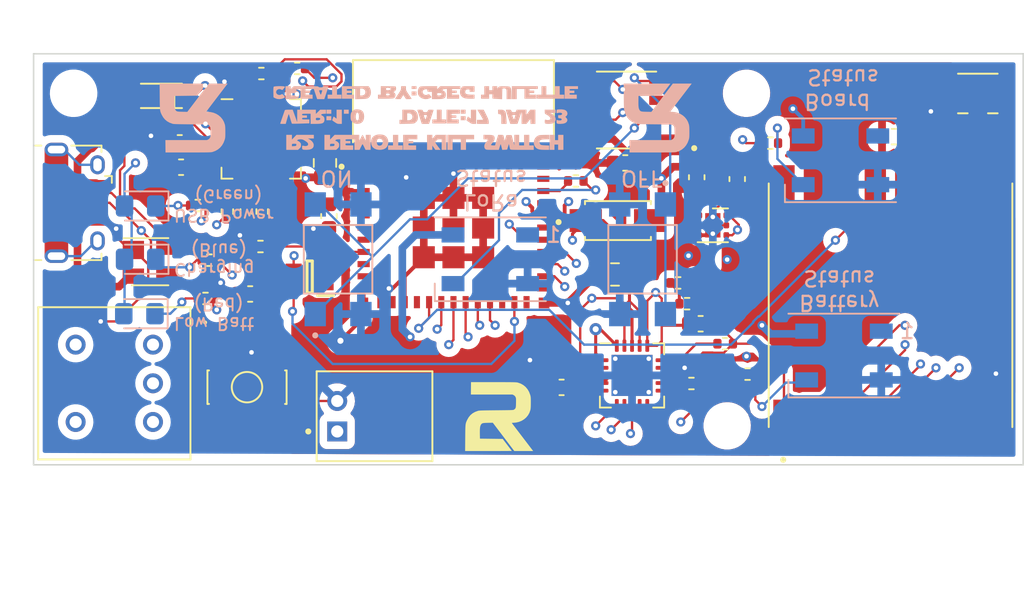
<source format=kicad_pcb>
(kicad_pcb (version 20211014) (generator pcbnew)
  (title_block (title "Kill Switch - Remote") (date "2023-01-18") (rev "1.0") (company "Created by: Greg Hulette") (comment 1 "- Creates WiFi Network for Remote Web Access") (comment 2 "- WiFi to LoRa Bridge") (comment 3 "- Buttons for Master Relay"))
  (layers (0 "F.Cu" signal) (1 "In1.Cu" signal) (2 "In2.Cu" signal) (31 "B.Cu" signal) (34 "B.Paste" user) (35 "F.Paste" user) (36 "B.SilkS" user "B.Silkscreen") (37 "F.SilkS" user "F.Silkscreen") (38 "B.Mask" user) (39 "F.Mask" user) (44 "Edge.Cuts" user))
  (net 0 "")
  (net 1 "+3V3")
  (net 2 "GND")
  (net 3 "RESET")
  (net 4 "Net-(C6-Pad2)")
  (net 5 "VBUS")
  (net 6 "Net-(C9-Pad1)")
  (net 7 "Net-(D1-PadA)")
  (net 8 "USB_DP")
  (net 9 "USB_DN")
  (net 10 "Net-(D4-Pad1)")
  (net 11 "Net-(D5-Pad1)")
  (net 13 "unconnected-(J1-Pad6)")
  (net 14 "Net-(J2-Pad1)")
  (net 15 "Net-(J3-Pad2)")
  (net 17 "Net-(L1-Pad3)")
  (net 20 "DTR")
  (net 21 "RTS")
  (net 22 "GPIO0")
  (net 23 "Net-(R2-Pad1)")
  (net 24 "RXD0")
  (net 25 "Net-(R3-Pad1)")
  (net 26 "TXD0")
  (net 27 "Net-(R4-Pad2)")
  (net 28 "Net-(R6-Pad1)")
  (net 29 "Net-(R7-Pad1)")
  (net 30 "Net-(R8-Pad1)")
  (net 31 "Net-(R9-Pad1)")
  (net 32 "Net-(R10-Pad1)")
  (net 33 "Net-(R11-Pad1)")
  (net 34 "BATT_LEVEL")
  (net 35 "STATUS_LED_DATA")
  (net 36 "BATSTAT_LED_DATA")
  (net 37 "Net-(TH1-Pad1)")
  (net 47 "DI0_LORA")
  (net 48 "RESET_LORA")
  (net 49 "SCK_LORA")
  (net 50 "MISO_LORA")
  (net 51 "MOSI_LORA")
  (net 52 "NSS_LORA")
  (net 56 "OFF_SW_OUT")
  (net 57 "ON_SW_OUT")
  (net 77 "DTS")
  (net 86 "LORA_LED_DATA")
  (net 88 "Net-(S2-Pad1)")
  (net 89 "Net-(D6-Pad1)")
  (net 90 "Net-(R16-Pad1)")
  (net 91 "Net-(R17-Pad1)")
  (net 92 "Net-(U6-Pad4)")
  (footprint "Capacitor_SMD:C_0603_1608Metric" (layer "F.Cu") (at 94.6 88.854 180)
    (fp_text reference "C5")
    (fp_text value ".1uF")
  )
  (footprint "MountingHole:MountingHole_2.1mm" (layer "F.Cu") (at 131.826 85.598)
    (fp_text reference "REF**" hide)
    (fp_text value "MountingHole_2.1mm" hide)
  )
  (footprint "Custom:JST_S2B-PH-K-S(LF)(SN)" (layer "F.Cu") (at 104.944 106.809 90)
    (fp_text reference "J2")
    (fp_text value "S2B-PH-K-S(LF)(SN)")
  )
  (footprint "Package_DFN_QFN:QFN-28-1EP_5x5mm_P0.5mm_EP3.35x3.35mm" (layer "F.Cu") (at 99.952 88.596)
    (fp_text reference "U2")
    (fp_text value "CP2102N-A02-GQFN28")
  )
  (footprint "Custom:MODULE_ESP32-PICO-MINI-02" (layer "F.Cu") (at 112.579 94.418)
    (fp_text reference "U1")
    (fp_text value "ESP32-PICO-MINI-02")
  )
  (footprint "Resistor_SMD:R_0402_1005Metric" (layer "F.Cu") (at 127.338 98.054 180)
    (fp_text reference "R13")
    (fp_text value "100K")
  )
  (footprint "Capacitor_SMD:C_0603_1608Metric" (layer "F.Cu") (at 141.504 88.446)
    (fp_text reference "C10")
    (fp_text value ".1uF")
  )
  (footprint "Resistor_SMD:R_0402_1005Metric" (layer "F.Cu") (at 131.896 104.044 180)
    (fp_text reference "R17")
    (fp_text value "470")
  )
  (footprint "Capacitor_SMD:C_0603_1608Metric" (layer "F.Cu") (at 128.558 91.114 -90)
    (fp_text reference "C7")
    (fp_text value "1uF")
  )
  (footprint "Capacitor_SMD:C_0603_1608Metric" (layer "F.Cu") (at 99.226 98.78 180)
    (fp_text reference "C3")
    (fp_text value ".1uF")
  )
  (footprint "Capacitor_SMD:C_0805_2012Metric" (layer "F.Cu") (at 104.14 90.17 90)
    (fp_text reference "C1")
    (fp_text value "10uF")
  )
  (footprint "Connector_USB:USB_Micro-B_Amphenol_10118194_Horizontal" (layer "F.Cu") (at 87.8 92.794 -90)
    (fp_text reference "J1")
    (fp_text value "USB_B_Micro")
  )
  (footprint "Resistor_SMD:R_0402_1005Metric" (layer "F.Cu") (at 100.016 93.364 -90)
    (fp_text reference "R6")
    (fp_text value "1K")
  )
  (footprint "Package_SON:WSON-6-1EP_2x2mm_P0.65mm_EP1x1.6mm_ThermalVias" (layer "F.Cu") (at 129.614 94.27)
    (fp_text reference "U3")
    (fp_text value "LP5912-3.3DRV")
  )
  (footprint "Resistor_SMD:R_0402_1005Metric" (layer "F.Cu") (at 98.97 93.364 -90)
    (fp_text reference "R5")
    (fp_text value "47.5K")
  )
  (footprint "Package_DFN_QFN:QFN-20-1EP_4x4mm_P0.5mm_EP2.7x2.7mm_ThermalVias" (layer "F.Cu") (at 124.308 104.13)
    (fp_text reference "U4")
    (fp_text value "MCP73871-2CC-Custom")
  )
  (footprint "Resistor_SMD:R_0402_1005Metric" (layer "F.Cu") (at 127.926 99.418)
    (fp_text reference "R12")
    (fp_text value "100K")
  )
  (footprint "Resistor_SMD:R_0402_1005Metric" (layer "F.Cu") (at 130.426 102.046)
    (fp_text reference "R10")
    (fp_text value "10K")
  )
  (footprint "Resistor_SMD:R_0402_1005Metric" (layer "F.Cu") (at 95.78392 92.97 180)
    (fp_text reference "R7")
    (fp_text value "82")
  )
  (footprint "Capacitor_SMD:C_0603_1608Metric" (layer "F.Cu") (at 128.814 100.736)
    (fp_text reference "C9")
    (fp_text value "4.7uF")
  )
  (footprint "Resistor_SMD:R_0402_1005Metric" (layer "F.Cu") (at 133.39 88.872 180)
    (fp_text reference "R14")
    (fp_text value "470")
  )
  (footprint "Resistor_SMD:R_0402_1005Metric" (layer "F.Cu") (at 97.728 93.368 90)
    (fp_text reference "R4")
    (fp_text value "22.1K")
  )
  (footprint "Custom:SMAJ5.0_DIOM4325X250N" (layer "F.Cu") (at 123.383 93.958)
    (fp_text reference "D3")
    (fp_text value "SMAJ5.0")
  )
  (footprint "Custom:SOD3716X135N" (layer "F.Cu") (at 93.3985 85.7685 180)
    (fp_text reference "D1")
    (fp_text value "B5819W-TP")
  )
  (footprint "Custom:SOIC127P600X175-8N" (layer "F.Cu") (at 123.946 86.698 180)
    (fp_text reference "U6")
    (fp_text value "LS18-S(Debouce)")
  )
  (footprint "MountingHole:MountingHole_2.1mm" (layer "F.Cu") (at 87.63 85.598)
    (fp_text reference "REF**" hide)
    (fp_text value "MountingHole_2.1mm" hide)
  )
  (footprint "Resistor_SMD:R_0402_1005Metric" (layer "F.Cu") (at 102.314 83.964)
    (fp_text reference "R3")
    (fp_text value "1K")
  )
  (footprint "Custom:RFM95W-915S2" (layer "F.Cu") (at 141.287 99.522 90)
    (fp_text reference "U5")
    (fp_text value "RFM95W-915S2")
  )
  (footprint "Capacitor_SMD:C_0603_1608Metric" (layer "F.Cu") (at 119.68 104.916 180)
    (fp_text reference "TH1")
    (fp_text value "10K")
  )
  (footprint "Capacitor_SMD:C_0603_1608Metric" (layer "F.Cu") (at 104.4 93.666 -90)
    (fp_text reference "C2")
    (fp_text value ".1uF")
  )
  (footprint "Custom:SOT65P230X110-6N" (layer "F.Cu") (at 103.133 97.662 180)
    (fp_text reference "Q2")
    (fp_text value "UMH3N")
  )
  (footprint "MountingHole:MountingHole_2.1mm" (layer "F.Cu") (at 130.556 107.442)
    (fp_text reference "REF**" hide)
    (fp_text value "MountingHole_2.1mm" hide)
  )
  (footprint "Capacitor_SMD:C_0805_2012Metric" (layer "F.Cu") (at 123.19 97.498 180)
    (fp_text reference "C8")
    (fp_text value "10uF")
  )
  (footprint "Capacitor_SMD:C_0603_1608Metric" (layer "F.Cu") (at 131.216 91.232 90)
    (fp_text reference "C6")
    (fp_text value "1uF")
  )
  (footprint "Resistor_SMD:R_0402_1005Metric" (layer "F.Cu") (at 128.208 104.66)
    (fp_text reference "R11")
    (fp_text value "100K")
  )
  (footprint "Package_TO_SOT_SMD:SOT-143" (layer "F.Cu") (at 92.654 96.66)
    (fp_text reference "D2")
    (fp_text value "SP0503BAHTG")
  )
  (footprint "Resistor_SMD:R_0402_1005Metric" (layer "F.Cu") (at 96.29192 99.074 180)
    (fp_text reference "R9")
    (fp_text value "150")
  )
  (footprint "Resistor_SMD:R_0402_1005Metric" (layer "F.Cu") (at 120.614 91.358 180)
    (fp_text reference "R16")
    (fp_text value "470")
  )
  (footprint "Custom:AS11CH" (layer "F.Cu") (at 90.30292 104.648 -90)
    (fp_text reference "SW4")
    (fp_text value "AS11CH")
  )
  (footprint "Capacitor_SMD:C_0603_1608Metric" (layer "F.Cu") (at 123.864 90.174)
    (fp_text reference "C11")
    (fp_text value ".1uF")
  )
  (footprint "Resistor_SMD:R_0402_1005Metric" (layer "F.Cu") (at 99.902 95.662)
    (fp_text reference "R1")
    (fp_text value "10K")
  )
  (footprint "Resistor_SMD:R_0402_1005Metric" (layer "F.Cu") (at 96.54592 96.56 180)
    (fp_text reference "R8")
    (fp_text value "82")
  )
  (footprint "Custom:SW_TL3342F160QG" (layer "F.Cu") (at 99.018618 104.902 -90)
    (fp_text reference "S1")
    (fp_text value "TL3342F160QG")
  )
  (footprint "Resistor_SMD:R_0402_1005Metric" (layer "F.Cu") (at 99.96 84.3)
    (fp_text reference "R2")
    (fp_text value "1K")
  )
  (footprint "Custom:HRS_U.FL-R-SMT-1(10)" (layer "F.Cu") (at 147.02 85.612)
    (fp_text reference "J3")
    (fp_text value "U.FL-R-SMT-1(10)")
  )
  (footprint "Capacitor_SMD:C_0603_1608Metric" (layer "F.Cu") (at 94.688 90.454 180)
    (fp_text reference "C4")
    (fp_text value "4.7uF")
  )
  (footprint "Logos:R2_Logo_V2" (layer "F.Cu") (at 115.57 107.188)
    (fp_text reference "G***" hide)
    (fp_text value "LOGO" hide)
  )
  (footprint "Logos:R2_Logo_V2" (layer "B.Cu") (at 95.504 86.868)
    (fp_text reference "G***" hide)
    (fp_text value "LOGO" hide)
  )
  (footprint "Logos:R2_Logo_V2" (layer "B.Cu") (at 125.984 86.868)
    (fp_text reference "G***" hide)
    (fp_text value "LOGO" hide)
  )
  (footprint "LED_SMD:LED_0805_2012Metric_Pad1.15x1.40mm_HandSolder" (layer "B.Cu") (at 91.948 100.076 180)
    (fp_text reference "D6")
    (fp_text value "Red")
  )
  (footprint "LED_SMD:LED_WS2812B_PLCC4_5.0x5.0mm_P3.2mm" (layer "B.Cu") (at 115 96.5 180)
    (fp_text reference "L2" hide)
    (fp_text value "WS2812B")
  )
  (footprint "Logos:RemoteKillSwitchLogo" (layer "B.Cu") (at 110.737843 87.235218)
    (fp_text reference "G***" hide)
    (fp_text value "LOGO" hide)
  )
  (footprint "LED_SMD:LED_WS2812B_PLCC4_5.0x5.0mm_P3.2mm" (layer "B.Cu") (at 138.228 102.824 180)
    (fp_text reference "L3" hide)
    (fp_text value "WS2812B")
  )
  (footprint "Custom:SW_TL3305BF260QG" (layer "B.Cu") (at 125 96.5 -90)
    (fp_text reference "S3")
    (fp_text value "TL3342F160QG")
  )
  (footprint "LED_SMD:LED_0805_2012Metric_Pad1.15x1.40mm_HandSolder" (layer "B.Cu") (at 92 96.5 180)
    (fp_text reference "D5")
    (fp_text value "BLUE")
  )
  (footprint "Custom:SW_TL3305BF260QG" (layer "B.Cu") (at 105 96.5 90)
    (fp_text reference "S2" hide)
    (fp_text value "TL3342F160QG")
  )
  (footprint "LED_SMD:LED_WS2812B_PLCC4_5.0x5.0mm_P3.2mm" (layer "B.Cu") (at 138 90 180)
    (fp_text reference "L1")
    (fp_text value "WS2812B")
  )
  (footprint "LED_SMD:LED_0805_2012Metric_Pad1.15x1.40mm_HandSolder" (layer "B.Cu") (at 92 93 180)
    (fp_text reference "D4")
    (fp_text value "Green")
  )
  (gr_line (start 150 83) (end 85 83) (layer "Edge.Cuts") (width 0.1))
  (gr_line (start 150 110) (end 150 83) (layer "Edge.Cuts") (width 0.1))
  (gr_line (start 85 83) (end 85 110) (layer "Edge.Cuts") (width 0.1))
  (gr_line (start 85 110) (end 150 110) (layer "Edge.Cuts") (width 0.1))
  (gr_text "OFF" (at 124.968 91.186 180) (layer "B.SilkS") (effects (font (size 1 1)) (justify mirror)))
  (gr_text "USB Power \n(Green)" (at 97.801809 92.964 180) (layer "B.SilkS") (effects (font (size 0.8 0.8) (thickness 0.125)) (justify mirror)))
  (gr_text "Low Batt \n(Red)" (at 97.15419 100.076 180) (layer "B.SilkS") (effects (font (size 0.8 0.8) (thickness 0.125)) (justify mirror)))
  (gr_text "Board \nStatus" (at 138.176 85.344 180) (layer "B.SilkS") (effects (font (size 1 1)) (justify mirror)))
  (gr_text "LoRa\nStatus" (at 115.062 91.948 180) (layer "B.SilkS") (effects (font (size 1 1)) (justify mirror)))
  (gr_text "Battery\nStatus" (at 137.922 98.552 180) (layer "B.SilkS") (effects (font (size 1 1)) (justify mirror)))
  (gr_text "ON" (at 104.902 91.186 180) (layer "B.SilkS") (effects (font (size 1 1)) (justify mirror)))
  (gr_text "Charging \n(Blue)" (at 97.173237 96.52 180) (layer "B.SilkS") (effects (font (size 0.8 0.8) (thickness 0.125)) (justify mirror)))
  (segment (start 105.273 92.018) (end 104.4 92.891) (width 0.25) (layer "F.Cu") (net 1))
  (segment (start 96.3515 89.8305) (end 95.375 88.854) (width 0.1524) (layer "F.Cu") (net 1))
  (segment (start 96.617 90.096) (end 96.3515 89.8305) (width 0.1524) (layer "F.Cu") (net 1))
  (segment (start 100.016 93.874) (end 100.016 94.294) (width 0.5) (layer "F.Cu") (net 1))
  (segment (start 127.762 96.012) (end 128.016 96.266) (width 0.1524) (layer "F.Cu") (net 1))
  (segment (start 106.679 92.018) (end 105.273 92.018) (width 0.25) (layer "F.Cu") (net 1))
  (segment (start 96.586 89.596) (end 96.3515 89.8305) (width 0.1524) (layer "F.Cu") (net 1))
  (segment (start 97.502 90.096) (end 95.821 90.096) (width 0.1524) (layer "F.Cu") (net 1))
  (segment (start 105.038 92.018) (end 104.14 91.12) (width 0.25) (layer "F.Cu") (net 1))
  (segment (start 128.122 93.62) (end 127.762 93.98) (width 0.1524) (layer "F.Cu") (net 1))
  (segment (start 97.502 90.096) (end 96.617 90.096) (width 0.1524) (layer "F.Cu") (net 1))
  (segment (start 128.7265 92.0575) (end 128.558 91.889) (width 0.1524) (layer "F.Cu") (net 1))
  (segment (start 95.821 90.096) (end 95.463 90.454) (width 0.1524) (layer "F.Cu") (net 1))
  (segment (start 128.7265 93.62) (end 128.122 93.62) (width 0.1524) (layer "F.Cu") (net 1))
  (segment (start 99.392 94.918) (end 99.392 95.662) (width 0.5) (layer "F.Cu") (net 1))
  (segment (start 127.762 93.98) (end 127.762 96.012) (width 0.1524) (layer "F.Cu") (net 1))
  (segment (start 97.502 89.596) (end 96.586 89.596) (width 0.1524) (layer "F.Cu") (net 1))
  (segment (start 100.016 94.294) (end 99.392 94.918) (width 0.5) (layer "F.Cu") (net 1))
  (segment (start 106.679 92.018) (end 105.038 92.018) (width 0.25) (layer "F.Cu") (net 1))
  (segment (start 128.7265 93.62) (end 128.7265 92.0575) (width 0.1524) (layer "F.Cu") (net 1))
  (via (at 132.842 100.838) (size 0.6) (drill 0.3) (layers "F.Cu" "B.Cu") (net 1))
  (via (at 130.556 96.52) (size 0.6) (drill 0.3) (layers "F.Cu" "B.Cu") (net 1))
  (via (at 109.728 101.6) (size 0.6) (drill 0.3) (layers "F.Cu" "B.Cu") (net 1))
  (via (at 128.016 96.266) (size 0.6) (drill 0.3) (layers "F.Cu" "B.Cu") (net 1))
  (via (at 134.874 86.614) (size 0.6) (drill 0.3) (layers "F.Cu" "B.Cu") (net 1))
  (via (at 102.87 91.186) (size 0.6) (drill 0.3) (layers "F.Cu" "B.Cu") (net 1))
  (via (at 131.826 102.87) (size 0.6) (drill 0.3) (layers "F.Cu" "B.Cu") (net 1))
  (segment (start 112.55 94.9) (end 110.078 94.9) (width 0.5) (layer "B.Cu") (net 1))
  (segment (start 135.55 101.4) (end 133.404 101.4) (width 0.5) (layer "B.Cu") (net 1))
  (segment (start 135.55 88.4) (end 135.55 87.29) (width 0.25) (layer "B.Cu") (net 1))
  (segment (start 135.55 87.29) (end 134.874 86.614) (width 0.25) (layer "B.Cu") (net 1))
  (segment (start 133.404 101.4) (end 132.842 100.838) (width 0.5) (layer "B.Cu") (net 1))
  (segment (start 109.22 101.092) (end 109.728 101.6) (width 0.5) (layer "B.Cu") (net 1))
  (segment (start 109.22 95.758) (end 109.22 101.092) (width 0.5) (layer "B.Cu") (net 1))
  (segment (start 110.078 94.9) (end 109.22 95.758) (width 0.5) (layer "B.Cu") (net 1))
  (segment (start 148.287 107.222) (end 148.287 104.091) (width 0.1524) (layer "F.Cu") (net 2))
  (segment (start 100.918618 101.752) (end 100.918618 101.783618) (width 0.1524) (layer "F.Cu") (net 2))
  (segment (start 128.718 104.588) (end 127.762 103.632) (width 0.1524) (layer "F.Cu") (net 2))
  (segment (start 122.24 97.498) (end 121.972 97.498) (width 0.5) (layer "F.Cu") (net 2))
  (segment (start 122.633489 104.13) (end 122.633489 104.354511) (width 0.25) (layer "F.Cu") (net 2))
  (segment (start 127.762 103.632) (end 127.968 103.632) (width 0.1524) (layer "F.Cu") (net 2))
  (segment (start 108.579 98.418) (end 110.629 96.368) (width 0.25) (layer "F.Cu") (net 2))
  (segment (start 104.14 89.22) (end 104.388 89.468) (width 0.25) (layer "F.Cu") (net 2))
  (segment (start 121.471 88.603) (end 123.068 88.603) (width 0.5) (layer "F.Cu") (net 2))
  (segment (start 98.451 98.78) (end 98.018 98.78) (width 0.1524) (layer "F.Cu") (net 2))
  (segment (start 89.408 100.584) (end 90.424 100.584) (width 0.1524) (layer "F.Cu") (net 2))
  (segment (start 103.161618 105.809) (end 100.918618 108.052) (width 0.1524) (layer "F.Cu") (net 2))
  (segment (start 129.614 94.82) (end 129.614 93.72) (width 0.1524) (layer "F.Cu") (net 2))
  (segment (start 114.529 96.368) (end 112.579 96.368) (width 0.5) (layer "F.Cu") (net 2))
  (segment (start 131.063 101.919) (end 129.88 100.736) (width 0.1524) (layer "F.Cu") (net 2))
  (segment (start 120.102 99.368) (end 120.088 99.368) (width 0.5) (layer "F.Cu") (net 2))
  (segment (start 112.579 92.468) (end 112.579 94.418) (width 0.5) (layer "F.Cu") (net 2))
  (segment (start 93.172 88.854) (end 93.825 88.854) (width 0.5) (layer "F.Cu") (net 2))
  (segment (start 128.473 90.424) (end 128.558 90.339) (width 0.5) (layer "F.Cu") (net 2))
  (segment (start 98.97 94.5103) (end 98.97 93.874) (width 0.1524) (layer "F.Cu") (net 2))
  (segment (start 129.032 97.536) (end 128.366 97.536) (width 0.1524) (layer "F.Cu") (net 2))
  (segment (start 110.629 92.468) (end 112.579 92.468) (width 0.5) (layer "F.Cu") (net 2))
  (segment (start 126.746 105.664) (end 127.714 105.664) (width 0.1524) (layer "F.Cu") (net 2))
  (segment (start 122.633489 104.354511) (end 122.358 104.63) (width 0.25) (layer "F.Cu") (net 2))
  (segment (start 129.614 93.398) (end 129.614 93.72) (width 0.1524) (layer "F.Cu") (net 2))
  (segment (start 144.072 88.446) (end 142.279 88.446) (width 0.1524) (layer "F.Cu") (net 2))
  (segment (start 146.15426 84.074) (end 145.545 84.68326) (width 0.5) (layer "F.Cu") (net 2))
  (segment (start 90.52 94.584) (end 90.03 94.094) (width 0.1524) (layer "F.Cu") (net 2))
  (segment (start 126.746 105.664) (end 126.746 105.618) (width 0.1524) (layer "F.Cu") (net 2))
  (segment (start 146.287 91.822) (end 146.287 90.407) (width 0.1524) (layer "F.Cu") (net 2))
  (segment (start 126.238 93.218) (end 125.498 93.958) (width 0.5) (layer "F.Cu") (net 2))
  (segment (start 126.238 91.186) (end 125.651 91.186) (width 0.5) (layer "F.Cu") (net 2))
  (segment (start 134.287 107.222) (end 134.287 103.807) (width 0.1524) (layer "F.Cu") (net 2))
  (segment (start 128.366 97.536) (end 127.848 98.054) (width 0.1524) (layer "F.Cu") (net 2))
  (segment (start 125.308 106.08) (end 124.808 106.08) (width 0.1524) (layer "F.Cu") (net 2))
  (segment (start 109.474 91.1225) (end 108.7695 90.418) (width 0.5) (layer "F.Cu") (net 2))
  (segment (start 125.651 91.186) (end 124.639 90.174) (width 0.5) (layer "F.Cu") (net 2))
  (segment (start 93.913 88.942) (end 93.825 88.854) (width 0.5) (layer "F.Cu") (net 2))
  (segment (start 127.968 103.632) (end 128.972 102.628) (width 0.1524) (layer "F.Cu") (net 2))
  (segment (start 93.913 90.454) (end 93.913 88.942) (width 0.5) (layer "F.Cu") (net 2))
  (segment (start 148.495 85.612) (end 148.495 84.487) (width 0.5) (layer "F.Cu") (net 2))
  (segment (start 90.424 100.584) (end 92.529711 98.478289) (width 0.1524) (layer "F.Cu") (net 2))
  (segment (start 126.584 106.08) (end 126.746 105.918) (width 0.1524) (layer "F.Cu") (net 2))
  (segment (start 106.679 90.418) (end 106.679 91.218) (width 0.5) (layer "F.Cu") (net 2))
  (segment (start 129.88 100.736) (end 129.589 100.736) (width 0.1524) (layer "F.Cu") (net 2))
  (segment (start 103.425 94.441) (end 103.378 94.488) (width 0.25) (layer "F.Cu") (net 2))
  (segment (start 148.287 104.091) (end 148.209 104.013) (width 0.1524) (layer "F.Cu") (net 2))
  (segment (start 104.4 94.441) (end 103.425 94.441) (width 0.25) (layer "F.Cu") (net 2))
  (segment (start 90.52 95.11) (end 91.3 95.89) (width 0.1524) (layer "F.Cu") (net 2))
  (segment (start 106.679 98.418) (end 108.338 98.418) (width 0.25) (layer "F.Cu") (net 2))
  (segment (start 90.52 94.838) (end 90.424 94.742) (width 0.1524) (layer "F.Cu") (net 2))
  (segment (start 99.452 88.096) (end 99.952 88.596) (width 0.1524) (layer "F.Cu") (net 2))
  (segment (start 108.338 98.418) (end 108.579 98.418) (width 0.25) (layer "F.Cu") (net 2))
  (segment (start 128.718 104.66) (end 128.718 104.588) (width 0.1524) (layer "F.Cu") (net 2))
  (segment (start 97.502 88.096) (end 99.452 88.096) (width 0.1524) (layer "F.Cu") (net 2))
  (segment (start 120.396 103.124) (end 117.602 103.124) (width 0.25) (layer "F.Cu") (net 2))
  (segment (start 145.545 84.68326) (end 145.545 85.612) (width 0.5) (layer "F.Cu") (net 2))
  (segment (start 114.529 94.418) (end 114.529 96.368) (width 0.5) (layer "F.Cu") (net 2))
  (segment (start 130.302 98.298) (end 129.54 97.536) (width 0.1524) (layer "F.Cu") (net 2))
  (segment (start 130.302 100.023) (end 130.302 98.298) (width 0.1524) (layer "F.Cu") (net 2))
  (segment (start 92.71 88.392) (end 93.172 88.854) (width 0.5) (layer "F.Cu") (net 2))
  (segment (start 92.529711 98.478289) (end 92.529711 96.834289) (width 0.1524) (layer "F.Cu") (net 2))
  (segment (start 144.326 88.446) (end 144.072 88.446) (width 0.1524) (layer "F.Cu") (net 2))
  (segment (start 118.905 104.916) (end 117.602 103.613) (width 0.1524) (layer "F.Cu") (net 2))
  (segment (start 129.597155 102.628) (end 129.610875 102.64172) (width 0.1524) (layer "F.Cu") (net 2))
  (segment (start 148.082 84.074) (end 146.15426 84.074) (width 0.5) (layer "F.Cu") (net 2))
  (segment (start 91.3 95.89) (end 91.554 95.89) (width 0.1524) (layer "F.Cu") (net 2))
  (segment (start 106.629 89.468) (end 118.529 89.468) (width 0.5) (layer "F.Cu") (net 2))
  (segment (start 112.579 89.518) (end 112.579 90.875) (width 0.5) (layer "F.Cu") (net 2))
  (segment (start 127 90.424) (end 128.473 90.424) (width 0.5) (layer "F.Cu") (net 2))
  (segment (start 100.178 101.752) (end 99.314 102.616) (width 0.1524) (layer "F.Cu") (net 2))
  (segment (start 128.7265 94.92) (end 129.514 94.92) (width 0.25) (layer "F.Cu") (net 2))
  (segment (start 108.7695 90.418) (end 106.679 90.418) (width 0.5) (layer "F.Cu") (net 2))
  (segment (start 98.05128 85.35128) (end 97.536 84.836) (width 0.1524) (layer "F.Cu") (net 2))
  (segment (start 145.545 85.612) (end 145.113 85.612) (width 0.5) (layer "F.Cu") (net 2))
  (segment (start 92.529711 96.834289) (end 91.585422 95.89) (width 0.1524) (layer "F.Cu") (net 2))
  (segment (start 121.972 97.498) (end 120.102 99.368) (width 0.5) (layer "F.Cu") (net 2))
  (segment (start 129.614 94.82) (end 129.614 96.954) (width 0.1524) (layer "F.Cu") (net 2))
  (segment (start 90.52 94.838) (end 90.52 94.584) (width 0.1524) (layer "F.Cu") (net 2))
  (segment (start 131.005 92.007) (end 129.614 93.398) (width 0.1524) (layer "F.Cu") (net 2))
  (segment (start 106.629 99.368) (end 106.629 100.381) (width 0.25) (layer "F.Cu") (net 2))
  (segment (start 129.610875 102.64172) (end 130.34028 102.64172) (width 0.1524) (layer "F.Cu") (net 2))
  (segment (start 130.34028 102.64172) (end 131.063 101.919) (width 0.1524) (layer "F.Cu") (net 2))
  (segment (start 110.629 96.368) (end 110.629 94.418) (width 0.5) (layer "F.Cu") (net 2))
  (segment (start 91.585422 95.89) (end 91.554 95.89) (width 0.1524) (layer "F.Cu") (net 2))
  (segment (start 129.514 94.92) (end 129.614 94.82) (width 0.25) (layer "F.Cu") (net 2))
  (segment (start 126.746 105.618) (end 126.258 105.13) (width 0.1524) (layer "F.Cu") (net 2))
  (segment (start 126.238 91.186) (end 126.238 93.218) (width 0.5) (layer "F.Cu") (net 2))
  (segment (start 104.388 89.468) (end 106.629 89.468) (width 0.25) (layer "F.Cu") (net 2))
  (segment (start 114.529 92.468) (end 114.529 94.418) (width 0.5) (layer "F.Cu") (net 2))
  (segment (start 90.03 94.094) (end 89.108 94.094) (width 0.1524) (layer "F.Cu") (net 2))
  (segment (start 129.54 97.536) (end 129.032 97.536) (width 0.1524) (layer "F.Cu") (net 2))
  (segment (start 121.402 104.13) (end 120.396 103.124) (width 0.25) (layer "F.Cu") (net 2))
  (segment (start 112.579 96.368) (end 110.629 96.368) (width 0.5) (layer "F.Cu") (net 2))
  (segment (start 106.629 89.468) (end 106.629 90.368) (width 0.5) (layer "F.Cu") (net 2))
  (segment (start 112.579 92.468) (end 114.529 92.468) (width 0.5) (layer "F.Cu") (net 2))
  (segment (start 128.972 102.628) (end 129.597155 102.628) (width 0.1524) (layer "F.Cu") (net 2))
  (segment (start 109.474 91.313) (end 110.629 92.468) (width 0.5) (layer "F.Cu") (net 2))
  (segment (start 90.424 94.742) (end 90.424 94.488) (width 0.1524) (layer "F.Cu") (net 2))
  (segment (start 130.5015 94.27) (end 129.614 94.27) (width 0.1524) (layer "F.Cu") (net 2))
  (segment (start 98.05128 86.69528) (end 98.05128 85.35128) (width 0.1524) (layer "F.Cu") (net 2))
  (segment (start 134.287 103.807) (end 132.526 102.046) (width 0.1524) (layer "F.Cu") (net 2))
  (segment (start 106.629 90.368) (end 106.679 90.418) (width 0.5) (layer "F.Cu") (net 2))
  (segment (start 131.216 92.007) (end 131.005 92.007) (width 0.1524) (layer "F.Cu") (net 2))
  (segment (start 132.526 102.046) (end 130.936 102.046) (width 0.1524) (layer "F.Cu") (net 2))
  (segment (start 106.629 100.381) (end 105.156 101.854) (width 0.25) (layer "F.Cu") (net 2))
  (segment (start 100.918618 101.752) (end 100.178 101.752) (width 0.1524) (layer "F.Cu") (net 2))
  (segment (start 90.52 94.838) (end 90.52 95.11) (width 0.1524) (layer "F.Cu") (net 2))
  (segment (start 145.113 85.612) (end 143.9375 86.7875) (width 0.5) (layer "F.Cu") (net 2))
  (segment (start 143.9375 86.7875) (end 142.279 88.446) (width 0.5) (layer "F.Cu") (net 2))
  (segment (start 106.679 99.318) (end 106.629 99.368) (width 0.25) (layer "F.Cu") (net 2))
  (segment (start 123.068 88.603) (end 124.639 90.174) (width 0.5) (layer "F.Cu") (net 2))
  (segment (start 99.952 88.596) (end 98.05128 86.69528) (width 0.1524) (layer "F.Cu") (net 2))
  (segment (start 129.589 100.736) (end 130.302 100.023) (width 0.1524) (layer "F.Cu") (net 2))
  (segment (start 122.358 104.13) (end 122.633489 104.13) (width 0.25) (layer "F.Cu") (net 2))
  (segment (start 98.018 98.78) (end 97.282 98.044) (width 0.1524) (layer "F.Cu") (net 2))
  (segment (start 109.379 99.318) (end 109.379 97.618) (width 0.25) (layer "F.Cu") (net 2))
  (segment (start 146.287 90.407) (end 144.326 88.446) (width 0.1524) (layer "F.Cu") (net 2))
  (segment (start 129.614 96.954) (end 129.032 97.536) (width 0.1524) (layer "F.Cu") (net 2))
  (segment (start 126.746 105.918) (end 126.746 105.664) (width 0.1524) (layer "F.Cu") (net 2))
  (segment (start 125.308 106.08) (end 126.584 106.08) (width 0.1524) (layer "F.Cu") (net 2))
  (segment (start 112.579 90.875) (end 112.579 92.468) (width 0.5) (layer "F.Cu") (net 2))
  (segment (start 109.474 91.1225) (end 109.474 91.313) (width 0.5) (layer "F.Cu") (net 2))
  (segment (start 110.629 94.418) (end 110.629 92.468) (width 0.5) (layer "F.Cu") (net 2))
  (segment (start 117.602 103.613) (end 117.602 103.124) (width 0.1524) (layer "F.Cu") (net 2))
  (segment (start 98.552 94.9283) (end 98.97 94.5103) (width 0.1524) (layer "F.Cu") (net 2))
  (segment (start 127.714 105.664) (end 128.718 104.66) (width 0.1524) (layer "F.Cu") (net 2))
  (segment (start 100.918618 101.783618) (end 104.944 105.809) (width 0.1524) (layer "F.Cu") (net 2))
  (segment (start 120.088 99.368) (end 118.529 99.368) (width 0.5) (layer "F.Cu") (net 2))
  (segment (start 109.379 97.618) (end 110.629 96.368) (width 0.25) (layer "F.Cu") (net 2))
  (segment (start 148.495 84.487) (end 148.082 84.074) (width 0.5) (layer "F.Cu") (net 2))
  (segment (start 126.238 91.186) (end 127 90.424) (width 0.5) (layer "F.Cu") (net 2))
  (segment (start 122.358 104.13) (end 121.402 104.13) (width 0.25) (layer "F.Cu") (net 2))
  (segment (start 104.944 105.809) (end 103.161618 105.809) (width 0.1524) (layer "F.Cu") (net 2))
  (segment (start 106.679 98.418) (end 106.679 99.318) (width 0.25) (layer "F.Cu") (net 2))
  (via (at 103.378 94.488) (size 0.6) (drill 0.3) (layers "F.Cu" "B.Cu") (net 2))
  (via (at 105.156 101.854) (size 0.8) (drill 0.4) (layers "F.Cu" "B.Cu") (net 2))
  (via (at 90.424 94.488) (size 0.6) (drill 0.3) (layers "F.Cu" "B.Cu") (net 2))
  (via (at 109.474 91.1225) (size 0.6) (drill 0.3) (layers "F.Cu" "B.Cu") (net 2))
  (via (at 89.408 100.584) (size 0.6) (drill 0.3) (layers "F.Cu" "B.Cu") (net 2))
  (via (at 127.762 103.632) (size 0.6) (drill 0.3) (layers "F.Cu" "B.Cu") (net 2))
  (via (at 99.314 102.616) (size 0.6) (drill 0.3) (layers "F.Cu" "B.Cu") (net 2))
  (via (at 97.282 98.044) (size 0.6) (drill 0.3) (layers "F.Cu" "B.Cu") (net 2))
  (via (at 117.602 103.124) (size 0.6) (drill 0.3) (layers "F.Cu" "B.Cu") (net 2))
  (via (at 112.579 90.875) (size 0.6) (drill 0.3) (layers "F.Cu" "B.Cu") (net 2))
  (via (at 148.209 104.013) (size 0.6) (drill 0.3) (layers "F.Cu" "B.Cu") (net 2))
  (via (at 143.9375 86.7875) (size 0.6) (drill 0.3) (layers "F.Cu" "B.Cu") (net 2))
  (via (at 126.238 91.186) (size 0.6) (drill 0.3) (layers "F.Cu" "B.Cu") (net 2))
  (via (at 98.552 94.9283) (size 0.6) (drill 0.3) (layers "F.Cu" "B.Cu") (net 2))
  (via (at 92.71 88.392) (size 0.6) (drill 0.3) (layers "F.Cu" "B.Cu") (net 2))
  (via (at 97.536 84.836) (size 0.6) (drill 0.3) (layers "F.Cu" "B.Cu") (net 2))
  (via (at 120.088 99.368) (size 0.6) (drill 0.3) (layers "F.Cu" "B.Cu") (net 2))
  (via (at 108.338 98.418) (size 0.6) (drill 0.3) (layers "F.Cu" "B.Cu") (net 2))
  (segment (start 105.048 95.662) (end 105.404 96.018) (width 0.1524) (layer "F.Cu") (net 3))
  (segment (start 100.412 95.662) (end 101.188 95.662) (width 0.1524) (layer "F.Cu") (net 3))
  (segment (start 105.404 96.018) (end 105.177 96.018) (width 0.1524) (layer "F.Cu") (net 3))
  (segment (start 100.001 98.869618) (end 100.001 98.78) (width 0.1524) (layer "F.Cu") (net 3))
  (segment (start 101.188 95.662) (end 100.001 96.849) (width 0.1524) (layer "F.Cu") (net 3))
  (segment (start 97.118618 101.752) (end 100.001 98.869618) (width 0.1524) (layer "F.Cu") (net 3))
  (segment (start 106.679 96.018) (end 105.404 96.018) (width 0.1524) (layer "F.Cu") (net 3))
  (segment (start 101.188 95.662) (end 105.048 95.662) (width 0.1524) (layer "F.Cu") (net 3))
  (segment (start 105.177 96.018) (end 104.183 97.012) (width 0.1524) (layer "F.Cu") (net 3))
  (segment (start 100.001 96.849) (end 100.001 98.78) (width 0.1524) (layer "F.Cu") (net 3))
  (segment (start 97.118618 108.052) (end 97.118618 101.752) (width 0.1524) (layer "F.Cu") (net 3))
  (segment (start 130.5015 93.62) (end 131.424 93.62) (width 0.1524) (layer "F.Cu") (net 4))
  (segment (start 130.5015 94.92) (end 130.886 94.92) (width 0.1524) (layer "F.Cu") (net 4))
  (segment (start 131.605 90.457) (end 131.216 90.457) (width 0.1524) (layer "F.Cu") (net 4))
  (segment (start 130.886 94.92) (end 131.235756 94.569005) (width 0.1524) (layer "F.Cu") (net 4))
  (segment (start 121.92 101.092) (end 122.22 101.092) (width 0.2) (layer "F.Cu") (net 4))
  (segment (start 121.92 102.692) (end 122.358 103.13) (width 0.2) (layer "F.Cu") (net 4))
  (segment (start 131.318 94.488) (end 131.318 94.234) (width 0.1524) (layer "F.Cu") (net 4))
  (segment (start 131.424 93.62) (end 132.588 92.456) (width 0.1524) (layer "F.Cu") (net 4))
  (segment (start 131.235756 94.569005) (end 131.318 94.488) (width 0.1524) (layer "F.Cu") (net 4))
  (segment (start 132.588 92.456) (end 132.588 91.44) (width 0.1524) (layer "F.Cu") (net 4))
  (segment (start 131.318 94.234) (end 130.704 93.62) (width 0.1524) (layer "F.Cu") (net 4))
  (segment (start 121.92 101.092) (end 121.92 102.692) (width 0.2) (layer "F.Cu") (net 4))
  (segment (start 122.22 101.092) (end 123.308 102.18) (width 0.2) (layer "F.Cu") (net 4))
  (segment (start 130.704 93.62) (end 130.5015 93.62) (width 0.1524) (layer "F.Cu") (net 4))
  (segment (start 132.588 91.44) (end 131.605 90.457) (width 0.1524) (layer "F.Cu") (net 4))
  (via (at 131.235756 94.569005) (size 0.6) (drill 0.3) (layers "F.Cu" "B.Cu") (net 4))
  (via (at 121.92 101.092) (size 0.8) (drill 0.4) (layers "F.Cu" "B.Cu") (net 4))
  (segment (start 95.5875 85.7685) (end 96.266 85.09) (width 0.1524) (layer "F.Cu") (net 5))
  (segment (start 122.358 103.63) (end 121.468704 103.63) (width 0.1524) (layer "F.Cu") (net 5))
  (segment (start 121.468704 103.63) (end 120.904 103.065296) (width 0.1524) (layer "F.Cu") (net 5))
  (segment (start 124.14 97.498) (end 124.14 99.248) (width 0.2) (layer "F.Cu") (net 5))
  (segment (start 124.14 97.498) (end 122.792 96.15) (width 0.2) (layer "F.Cu") (net 5))
  (segment (start 123.808 101.744) (end 123.808 102.18) (width 0.1524) (layer "F.Cu") (net 5))
  (segment (start 124.808 99.916) (end 124.46 99.568) (width 0.1524) (layer "F.Cu") (net 5))
  (segment (start 120.904 103.065296) (end 120.904 99.822) (width 0.1524) (layer "F.Cu") (net 5))
  (segment (start 123.808 101.744) (end 123.808 99.678) (width 0.1524) (layer "F.Cu") (net 5))
  (segment (start 123.808 99.678) (end 123.808 99.58) (width 0.2) (layer "F.Cu") (net 5))
  (segment (start 124.308 99.894) (end 124.308 102.18) (width 0.2) (layer "F.Cu") (net 5))
  (segment (start 124.808 102.18) (end 124.808 99.916) (width 0.1524) (layer "F.Cu") (net 5))
  (segment (start 97.728 93.878) (end 97.384 93.878) (width 0.1524) (layer "F.Cu") (net 5))
  (segment (start 124.808 99.894) (end 124.786 99.894) (width 0.1524) (layer "F.Cu") (net 5))
  (segment (start 122.792 94.344) (end 122.406 93.958) (width 0.2) (layer "F.Cu") (net 5))
  (segment (start 121.268 93.958) (end 120.396 94.83) (width 0.2) (layer "F.Cu") (net 5))
  (segment (start 124.46 99.568) (end 124.14 99.248) (width 0.1524) (layer "F.Cu") (net 5))
  (segment (start 124.786 99.894) (end 124.46 99.568) (width 0.1524) (layer "F.Cu") (net 5))
  (segment (start 97.384 93.878) (end 97.028 94.234) (width 0.1524) (layer "F.Cu") (net 5))
  (segment (start 123.444 99.06) (end 123.808 99.424) (width 0.1524) (layer "F.Cu") (net 5))
  (segment (start 123.808 99.894) (end 123.808 99.678) (width 0.2) (layer "F.Cu") (net 5))
  (segment (start 120.396 94.83) (end 120.396 95.25) (width 0.2) (layer "F.Cu") (net 5))
  (segment (start 122.792 96.15) (end 122.792 94.344) (width 0.2) (layer "F.Cu") (net 5))
  (segment (start 122.406 93.958) (end 121.268 93.958) (width 0.2) (layer "F.Cu") (net 5))
  (segment (start 123.808 99.424) (end 123.808 99.894) (width 0.1524) (layer "F.Cu") (net 5))
  (segment (start 121.666 99.06) (end 123.444 99.06) (width 0.1524) (layer "F.Cu") (net 5))
  (segment (start 120.904 99.822) (end 121.666 99.06) (width 0.1524) (layer "F.Cu") (net 5))
  (segment (start 124.14 99.726) (end 124.308 99.894) (width 0.2) (layer "F.Cu") (net 5))
  (segment (start 123.808 99.58) (end 124.14 99.248) (width 0.2) (layer "F.Cu") (net 5))
  (segment (start 95.0368 85.7685) (end 95.5875 85.7685) (width 0.1524) (layer "F.Cu") (net 5))
  (segment (start 124.14 99.248) (end 124.14 99.726) (width 0.2) (layer "F.Cu") (net 5))
  (via (at 96.266 85.09) (size 0.6) (drill 0.3) (layers "F.Cu" "B.Cu") (net 5))
  (via (at 91.694 90.17) (size 0.6) (drill 0.3) (layers "F.Cu" "B.Cu") (net 5))
  (via (at 97.028 94.234) (size 0.6) (drill 0.3) (layers "F.Cu" "B.Cu") (net 5))
  (via (at 120.396 95.25) (size 0.6) (drill 0.3) (layers "F.Cu" "B.Cu") (net 5))
  (via (at 121.666 99.06) (size 0.6) (drill 0.3) (layers "F.Cu" "B.Cu") (net 5))
  (segment (start 91.44 96.035) (end 90.975 96.5) (width 0.1524) (layer "B.Cu") (net 5))
  (segment (start 90.975 96.5) (end 90.975 100.024) (width 0.1524) (layer "B.Cu") (net 5))
  (segment (start 91.44 93.465) (end 91.44 96.035) (width 0.1524) (layer "B.Cu") (net 5))
  (segment (start 90.975 93) (end 91.44 93.465) (width 0.1524) (layer "B.Cu") (net 5))
  (segment (start 91.694 90.17) (end 90.975 90.889) (width 0.1524) (layer "B.Cu") (net 5))
  (segment (start 90.975 90.889) (end 90.975 93) (width 0.1524) (layer "B.Cu") (net 5))
  (segment (start 90.975 100.024) (end 90.923 100.076) (width 0.1524) (layer "B.Cu") (net 5))
  (segment (start 125.308 99.227984) (end 125.308 102.18) (width 0.1524) (layer "F.Cu") (net 6))
  (segment (start 125.856992 98.678992) (end 126.258 99.08) (width 0.1524) (layer "F.Cu") (net 6))
  (segment (start 127.937 100.838) (end 128.039 100.736) (width 0.2) (layer "F.Cu") (net 6))
  (segment (start 128.039 100.736) (end 128.039 99.815) (width 0.2) (layer "F.Cu") (net 6))
  (segment (start 125.952 102.18) (end 126.258 101.874) (width 0.1524) (layer "F.Cu") (net 6))
  (segment (start 126.258 99.08) (end 126.258 100.838) (width 0.1524) (layer "F.Cu") (net 6))
  (segment (start 126.258 100.838) (end 126.258 101.874) (width 0.1524) (layer "F.Cu") (net 6))
  (segment (start 126.258 100.838) (end 127.937 100.838) (width 0.2) (layer "F.Cu") (net 6))
  (segment (start 125.308 102.18) (end 125.952 102.18) (width 0.1524) (layer "F.Cu") (net 6))
  (segment (start 128.039 99.815) (end 128.436 99.418) (width 0.2) (layer "F.Cu") (net 6))
  (segment (start 126.258 101.874) (end 126.258 103.13) (width 0.1524) (layer "F.Cu") (net 6))
  (segment (start 126.258 103.63) (end 126.258 103.13) (width 0.1524) (layer "F.Cu") (net 6))
  (segment (start 125.856992 98.678992) (end 125.308 99.227984) (width 0.1524) (layer "F.Cu") (net 6))
  (via (at 125.856992 98.678992) (size 0.6) (drill 0.3) (layers "F.Cu" "B.Cu") (net 6))
  (segment (start 87.884 91.694) (end 88.084 91.494) (width 0.5) (layer "F.Cu") (net 7))
  (segment (start 87.884 97.536) (end 88.646 98.298) (width 0.5) (layer "F.Cu") (net 7))
  (segment (start 87.884 91.694) (end 87.884 97.536) (width 0.5) (layer "F.Cu") (net 7))
  (segment (start 88.646 98.298) (end 90.612 98.298) (width 0.5) (layer "F.Cu") (net 7))
  (segment (start 88.725052 89.21948) (end 87.884 90.060532) (width 0.5) (layer "F.Cu") (net 7))
  (segment (start 91.7602 86.2938) (end 88.83452 89.21948) (width 0.5) (layer "F.Cu") (net 7))
  (segment (start 88.83452 89.21948) (end 88.725052 89.21948) (width 0.5) (layer "F.Cu") (net 7))
  (segment (start 91.7602 85.7685) (end 91.7602 86.2938) (width 0.5) (layer "F.Cu") (net 7))
  (segment (start 90.612 98.298) (end 91.3 97.61) (width 0.5) (layer "F.Cu") (net 7))
  (segment (start 88.084 91.494) (end 89.108 91.494) (width 0.5) (layer "F.Cu") (net 7))
  (segment (start 87.884 90.060532) (end 87.884 91.694) (width 0.5) (layer "F.Cu") (net 7))
  (segment (start 96.82628 88.138116) (end 96.82628 88.298595) (width 0.1524) (layer "F.Cu") (net 8))
  (segment (start 92.075 94.615) (end 92.71 95.25) (width 0.1524) (layer "F.Cu") (net 8))
  (segment (start 90.97192 93.51192) (end 92.075 94.615) (width 0.1524) (layer "F.Cu") (net 8))
  (segment (start 92.71 95.25) (end 92.71 96.516888) (width 0.1524) (layer "F.Cu") (net 8))
  (segment (start 92.881631 96.688519) (end 92.881631 96.691631) (width 0.1524) (layer "F.Cu") (net 8))
  (segment (start 97.123685 88.596) (end 97.502 88.596) (width 0.1524) (layer "F.Cu") (net 8))
  (segment (start 89.108 92.794) (end 90 92.794) (width 0.1524) (layer "F.Cu") (net 8))
  (segment (start 93.5 97.31) (end 93.5 97.61) (width 0.1524) (layer "F.Cu") (net 8))
  (segment (start 90.71792 93.51192) (end 90.97192 93.51192) (width 0.1524) (layer "F.Cu") (net 8))
  (segment (start 90 92.794) (end 90.71792 93.51192) (width 0.1524) (layer "F.Cu") (net 8))
  (segment (start 96.82628 88.298595) (end 97.123685 88.596) (width 0.1524) (layer "F.Cu") (net 8))
  (segment (start 96.292082 87.603918) (end 96.82628 88.138116) (width 0.1524) (layer "F.Cu") (net 8))
  (segment (start 92.71 96.516888) (end 92.881631 96.688519) (width 0.1524) (layer "F.Cu") (net 8))
  (segment (start 92.881631 96.691631) (end 93.5 97.31) (width 0.1524) (layer "F.Cu") (net 8))
  (via (at 92.075 94.615) (size 0.6) (drill 0.3) (layers "F.Cu" "B.Cu") (net 8))
  (via (at 96.292082 87.603918) (size 0.6) (drill 0.3) (layers "F.Cu" "B.Cu") (net 8))
  (segment (start 90.964289 89.121711) (end 92.71 87.376) (width 0.1524) (layer "F.Cu") (net 9))
  (segment (start 91.636 93.16) (end 90.86369 93.16) (width 0.1524) (layer "F.Cu") (net 9))
  (segment (start 93.5 95.71) (end 93.5 95.024) (width 0.1524) (layer "F.Cu") (net 9))
  (segment (start 90.112 92.144) (end 89.108 92.144) (width 0.1524) (layer "F.Cu") (net 9))
  (segment (start 90.678 92.97431) (end 90.678 90.653336) (width 0.1524) (layer "F.Cu") (net 9))
  (segment (start 93.5 95.024) (end 91.636 93.16) (width 0.1524) (layer "F.Cu") (net 9))
  (segment (start 95.25 87.376) (end 96.97 89.096) (width 0.1524) (layer "F.Cu") (net 9))
  (segment (start 92.71 87.376) (end 95.25 87.376) (width 0.1524) (layer "F.Cu") (net 9))
  (segment (start 90.678 90.653336) (end 90.964289 90.367047) (width 0.1524) (layer "F.Cu") (net 9))
  (segment (start 90.86369 93.16) (end 90.678 92.97431) (width 0.1524) (layer "F.Cu") (net 9))
  (segment (start 90.678 92.71) (end 90.112 92.144) (width 0.1524) (layer "F.Cu") (net 9))
  (segment (start 90.964289 90.367047) (end 90.964289 89.121711) (width 0.1524) (layer "F.Cu") (net 9))
  (segment (start 96.97 89.096) (end 97.502 89.096) (width 0.1524) (layer "F.Cu") (net 9))
  (segment (start 95.27392 92.97) (end 94.494 92.97) (width 0.1524) (layer "F.Cu") (net 10))
  (segment (start 94.494 92.97) (end 94.488 92.964) (width 0.1524) (layer "F.Cu") (net 10))
  (via (at 94.488 92.964) (size 0.6) (drill 0.3) (layers "F.Cu" "B.Cu") (net 10))
  (segment (start 93.025 93) (end 94.452 93) (width 0.1524) (layer "B.Cu") (net 10))
  (segment (start 94.452 93) (end 94.488 92.964) (width 0.1524) (layer "B.Cu") (net 10))
  (segment (start 96.03592 96.56) (end 95.718 96.56) (width 0.1524) (layer "F.Cu") (net 11))
  (segment (start 95.718 96.56) (end 95.25 97.028) (width 0.1524) (layer "F.Cu") (net 11))
  (via (at 95.25 97.028) (size 0.6) (drill 0.3) (layers "F.Cu" "B.Cu") (net 11))
  (segment (start 95.25 97.028) (end 93.553 97.028) (width 0.1524) (layer "B.Cu") (net 11))
  (segment (start 93.553 97.028) (end 93.025 96.5) (width 0.1524) (layer "B.Cu") (net 11))
  (segment (start 86.5 89.294) (end 86.5 96.294) (width 0.1524) (layer "F.Cu") (net 13))
  (segment (start 88.008 90.294) (end 87.008 89.294) (width 0.1524) (layer "B.Cu") (net 13))
  (segment (start 87.008 89.294) (end 86.5 89.294) (width 0.1524) (layer "B.Cu") (net 13))
  (segment (start 88.108 96.294) (end 89.108 95.294) (width 0.1524) (layer "B.Cu") (net 13))
  (segment (start 86.5 96.294) (end 88.108 96.294) (width 0.1524) (layer "B.Cu") (net 13))
  (segment (start 89.108 90.294) (end 88.008 90.294) (width 0.1524) (layer "B.Cu") (net 13))
  (segment (start 147.02 87.584) (end 148.287 88.851) (width 0.5) (layer "F.Cu") (net 15))
  (segment (start 148.287 88.851) (end 148.287 91.822) (width 0.5) (layer "F.Cu") (net 15))
  (segment (start 147.02 87.137) (end 147.02 87.584) (width 0.5) (layer "F.Cu") (net 15))
  (segment (start 133.858 87.884) (end 133.858 88.83) (width 0.1524) (layer "F.Cu") (net 17))
  (segment (start 133.858 88.83) (end 133.9 88.872) (width 0.1524) (layer "F.Cu") (net 17))
  (via (at 133.858 87.884) (size 0.6) (drill 0.3) (layers "F.Cu" "B.Cu") (net 17))
  (segment (start 133.858 87.884) (end 133.858 89.908) (width 0.1524) (layer "B.Cu") (net 17))
  (segment (start 133.858 89.908) (end 135.55 91.6) (width 0.1524) (layer "B.Cu") (net 17))
  (segment (start 102.734422 97.662) (end 102.083 97.662) (width 0.1524) (layer "F.Cu") (net 20))
  (segment (start 104.183 98.312) (end 103.384422 98.312) (width 0.1524) (layer "F.Cu") (net 20))
  (segment (start 103.384422 98.312) (end 102.734422 97.662) (width 0.1524) (layer "F.Cu") (net 20))
  (segment (start 104.183 97.662) (end 103.384422 97.662) (width 0.1524) (layer "F.Cu") (net 21))
  (segment (start 102.734422 97.012) (end 102.083 97.012) (width 0.1524) (layer "F.Cu") (net 21))
  (segment (start 100.74008 85.44192) (end 100.452 85.73) (width 0.1524) (layer "F.Cu") (net 21))
  (segment (start 102.084742 85.44192) (end 100.74008 85.44192) (width 0.1524) (layer "F.Cu") (net 21))
  (segment (start 102.083 96.29292) (end 102.10896 96.26696) (width 0.1524) (layer "F.Cu") (net 21))
  (segment (start 103.384422 97.662) (end 102.734422 97.012) (width 0.1524) (layer "F.Cu") (net 21))
  (segment (start 102.083 97.012) (end 102.083 96.29292) (width 0.1524) (layer "F.Cu") (net 21))
  (segment (start 100.452 85.73) (end 100.452 86.146) (width 0.1524) (layer "F.Cu") (net 21))
  (segment (start 102.301411 85.658589) (end 102.084742 85.44192) (width 0.1524) (layer "F.Cu") (net 21))
  (via (at 102.301411 85.658589) (size 0.6) (drill 0.3) (layers "F.Cu" "B.Cu") (net 21))
  (via (at 102.10896 96.26696) (size 0.6) (drill 0.3) (layers "F.Cu" "B.Cu") (net 21))
  (segment (start 102.007082 99.922918) (end 102.083 99.847) (width 0.1524) (layer "F.Cu") (net 22))
  (segment (start 116.579 99.318) (end 116.579 100.577) (width 0.1524) (layer "F.Cu") (net 22))
  (segment (start 116.586 100.584) (end 116.579 100.577) (width 0.1524) (layer "F.Cu") (net 22))
  (segment (start 102.083 99.847) (end 102.083 98.312) (width 0.1524) (layer "F.Cu") (net 22))
  (via (at 116.586 100.584) (size 0.6) (drill 0.3) (layers "F.Cu" "B.Cu") (net 22))
  (via (at 102.007082 99.922918) (size 0.6) (drill 0.3) (layers "F.Cu" "B.Cu") (net 22))
  (segment (start 115.062 103.378) (end 116.586 101.854) (width 0.1524) (layer "B.Cu") (net 22))
  (segment (start 116.586 101.854) (end 116.586 100.584) (width 0.1524) (layer "B.Cu") (net 22))
  (segment (start 102.007082 100.737082) (end 104.648 103.378) (width 0.1524) (layer "B.Cu") (net 22))
  (segment (start 104.648 103.378) (end 115.062 103.378) (width 0.1524) (layer "B.Cu") (net 22))
  (segment (start 102.007082 99.922918) (end 102.007082 100.737082) (width 0.1524) (layer "B.Cu") (net 22))
  (segment (start 99.45 84.3) (end 99.45 86.144) (width 0.1524) (layer "F.Cu") (net 23))
  (segment (start 99.45 86.144) (end 99.452 86.146) (width 0.1524) (layer "F.Cu") (net 23))
  (segment (start 101.25828 84.3) (end 100.47 84.3) (width 0.1524) (layer "F.Cu") (net 24))
  (segment (start 119.883489 93.663511) (end 119.883489 92.968511) (width 0.25) (layer "F.Cu") (net 24))
  (segment (start 118.479 94.418) (end 119.129 94.418) (width 0.25) (layer "F.Cu") (net 24))
  (segment (start 101.498875 83.36828) (end 101.25828 83.608875) (width 0.1524) (layer "F.Cu") (net 24))
  (segment (start 104.886468 85.157711) (end 105.223711 84.820468) (width 0.1524) (layer "F.Cu") (net 24))
  (segment (start 103.047268 85.157711) (end 104.886468 85.157711) (width 0.1524) (layer "F.Cu") (net 24))
  (segment (start 102.672852 84.783295) (end 103.047268 85.157711) (width 0.1524) (layer "F.Cu") (net 24))
  (segment (start 119.129 94.418) (end 119.883489 93.663511) (width 0.25) (layer "F.Cu") (net 24))
  (segment (start 101.25828 83.608875) (end 101.25828 84.3) (width 0.1524) (layer "F.Cu") (net 24))
  (segment (start 104.248459 83.36828) (end 101.498875 83.36828) (width 0.1524) (layer "F.Cu") (net 24))
  (segment (start 119.883489 92.968511) (end 120.142 92.71) (width 0.25) (layer "F.Cu") (net 24))
  (segment (start 105.223711 84.820468) (end 105.223711 84.343532) (width 0.1524) (layer "F.Cu") (net 24))
  (segment (start 105.223711 84.343532) (end 104.248459 83.36828) (width 0.1524) (layer "F.Cu") (net 24))
  (via (at 102.672852 84.783295) (size 0.6) (drill 0.3) (layers "F.Cu" "B.Cu") (net 24))
  (via (at 120.142 92.71) (size 0.6) (drill 0.3) (layers "F.Cu" "B.Cu") (net 24))
  (segment (start 100.02192 84.90592) (end 99.952 84.97584) (width 0.1524) (layer "F.Cu") (net 25))
  (segment (start 101.55 85.09) (end 100.79985 85.09) (width 0.1524) (layer "F.Cu") (net 25))
  (segment (start 100.79985 85.09) (end 100.61577 84.90592) (width 0.1524) (layer "F.Cu") (net 25))
  (segment (start 100.61577 84.90592) (end 100.02192 84.90592) (width 0.1524) (layer "F.Cu") (net 25))
  (segment (start 99.952 84.97584) (end 99.952 86.146) (width 0.1524) (layer "F.Cu") (net 25))
  (segment (start 101.804 84.836) (end 101.55 85.09) (width 0.1524) (layer "F.Cu") (net 25))
  (segment (start 101.804 83.964) (end 101.804 84.836) (width 0.1524) (layer "F.Cu") (net 25))
  (segment (start 118.029978 93.618) (end 118.479 93.618) (width 0.25) (layer "F.Cu") (net 26))
  (segment (start 104.648 84.582) (end 103.442 84.582) (width 0.1524) (layer "F.Cu") (net 26))
  (segment (start 117.754489 93.1165) (end 117.754489 93.342511) (width 0.25) (layer "F.Cu") (net 26))
  (segment (start 117.754489 93.342511) (end 118.029978 93.618) (width 0.25) (layer "F.Cu") (net 26))
  (segment (start 103.442 84.582) (end 102.824 83.964) (width 0.1524) (layer "F.Cu") (net 26))
  (segment (start 117.348 92.710011) (end 117.754489 93.1165) (width 0.25) (layer "F.Cu") (net 26))
  (via (at 117.348 92.710011) (size 0.6) (drill 0.3) (layers "F.Cu" "B.Cu") (net 26))
  (via (at 104.648 84.582) (size 0.6) (drill 0.3) (layers "F.Cu" "B.Cu") (net 26))
  (segment (start 98.452 92.336) (end 98.97 92.854) (width 0.1524) (layer "F.Cu") (net 27))
  (segment (start 98.966 92.858) (end 98.97 92.854) (width 0.1524) (layer "F.Cu") (net 27))
  (segment (start 97.728 92.858) (end 98.966 92.858) (width 0.1524) (layer "F.Cu") (net 27))
  (segment (start 98.452 91.046) (end 98.452 92.336) (width 0.1524) (layer "F.Cu") (net 27))
  (segment (start 98.952 91.046) (end 98.952 91.586) (width 0.1524) (layer "F.Cu") (net 28))
  (segment (start 100.016 92.65) (end 100.016 92.854) (width 0.1524) (layer "F.Cu") (net 28))
  (segment (start 98.952 91.586) (end 100.016 92.65) (width 0.1524) (layer "F.Cu") (net 28))
  (segment (start 96.29392 93.69808) (end 96.012 93.98) (width 0.1524) (layer "F.Cu") (net 29))
  (segment (start 121.92 107.442) (end 123.308 106.054) (width 0.1524) (layer "F.Cu") (net 29))
  (segment (start 96.29392 92.97) (end 96.29392 93.69808) (width 0.1524) (layer "F.Cu") (net 29))
  (via (at 121.92 107.442) (size 0.6) (drill 0.3) (layers "F.Cu" "B.Cu") (net 29))
  (via (at 96.012 93.98) (size 0.6) (drill 0.3) (layers "F.Cu" "B.Cu") (net 29))
  (segment (start 122.936 107.696) (end 123.808 106.824) (width 0.1524) (layer "F.Cu") (net 30))
  (segment (start 98.044 97.536) (end 97.068 96.56) (width 0.1524) (layer "F.Cu") (net 30))
  (segment (start 97.068 96.56) (end 97.05592 96.56) (width 0.1524) (layer "F.Cu") (net 30))
  (segment (start 123.808 106.824) (end 123.808 106.08) (width 0.1524) (layer "F.Cu") (net 30))
  (via (at 122.936 107.696) (size 0.6) (drill 0.3) (layers "F.Cu" "B.Cu") (net 30))
  (via (at 98.044 97.536) (size 0.6) (drill 0.3) (layers "F.Cu" "B.Cu") (net 30))
  (segment (start 96.80192 99.59592) (end 97.028 99.822) (width 0.1524) (layer "F.Cu") (net 31))
  (segment (start 124.308 107.848) (end 124.308 106.08) (width 0.1524) (layer "F.Cu") (net 31))
  (segment (start 96.80192 99.074) (end 96.80192 99.59592) (width 0.1524) (layer "F.Cu") (net 31))
  (segment (start 124.206 107.95) (end 124.308 107.848) (width 0.1524) (layer "F.Cu") (net 31))
  (via (at 124.206 107.95) (size 0.6) (drill 0.3) (layers "F.Cu" "B.Cu") (net 31))
  (via (at 97.028 99.822) (size 0.6) (drill 0.3) (layers "F.Cu" "B.Cu") (net 31))
  (segment (start 127 103.579821) (end 127 103.766315) (width 0.1524) (layer "F.Cu") (net 32))
  (segment (start 128.533821 102.046) (end 127 103.579821) (width 0.1524) (layer "F.Cu") (net 32))
  (segment (start 127 103.766315) (end 126.636315 104.13) (width 0.1524) (layer "F.Cu") (net 32))
  (segment (start 129.916 102.046) (end 128.533821 102.046) (width 0.1524) (layer "F.Cu") (net 32))
  (segment (start 126.636315 104.13) (end 126.258 104.13) (width 0.1524) (layer "F.Cu") (net 32))
  (segment (start 126.258 104.63) (end 127.668 104.63) (width 0.1524) (layer "F.Cu") (net 33))
  (segment (start 127.668 104.63) (end 127.698 104.66) (width 0.1524) (layer "F.Cu") (net 33))
  (segment (start 127.416 98.642) (end 126.828 98.054) (width 0.2) (layer "F.Cu") (net 34))
  (segment (start 127.416 99.418) (end 127.416 98.642) (width 0.2) (layer "F.Cu") (net 34))
  (segment (start 120.104 91.478) (end 119.564 92.018) (width 0.1524) (layer "F.Cu") (net 35))
  (segment (start 119.564 92.018) (end 118.479 92.018) (width 0.1524) (layer "F.Cu") (net 35))
  (segment (start 120.104 91.358) (end 120.104 91.478) (width 0.1524) (layer "F.Cu") (net 35))
  (segment (start 116.244679 94.194611) (end 117.268068 95.218) (width 0.1524) (layer "F.Cu") (net 36))
  (segment (start 131.386 104.044) (end 130.652 104.044) (width 0.1524) (layer "F.Cu") (net 36))
  (segment (start 117.268068 95.218) (end 118.479 95.218) (width 0.1524) (layer "F.Cu") (net 36))
  (segment (start 130.652 104.044) (end 127.508 107.188) (width 0.1524) (layer "F.Cu") (net 36))
  (via (at 116.244679 94.194611) (size 0.6) (drill 0.3) (layers "F.Cu" "B.Cu") (net 36))
  (via (at 127.508 107.188) (size 0.6) (drill 0.3) (layers "F.Cu" "B.Cu") (net 36))
  (segment (start 121.695989 104.916) (end 121.909989 105.13) (width 0.25) (layer "F.Cu") (net 37))
  (segment (start 121.909989 105.13) (end 122.358 105.13) (width 0.25) (layer "F.Cu") (net 37))
  (segment (start 120.455 104.916) (end 121.695989 104.916) (width 0.25) (layer "F.Cu") (net 37))
  (segment (start 138.287 91.822) (end 138.287 94.631) (width 0.1524) (layer "F.Cu") (net 47))
  (segment (start 110.293334 101.034666) (end 110.979 100.349) (width 0.1524) (layer "F.Cu") (net 47))
  (segment (start 138.287 94.631) (end 137.668 95.25) (width 0.1524) (layer "F.Cu") (net 47))
  (segment (start 110.979 100.349) (end 110.979 99.318) (width 0.1524) (layer "F.Cu") (net 47))
  (via (at 110.293334 101.034666) (size 0.6) (drill 0.3) (layers "F.Cu" "B.Cu") (net 47))
  (via (at 137.668 95.25) (size 0.6) (drill 0.3) (layers "F.Cu" "B.Cu") (net 47))
  (segment (start 132.655711 100.262289) (end 137.668 95.25) (width 0.1524) (layer "B.Cu") (net 47))
  (segment (start 132.266289 100.651711) (end 132.266289 100.599532) (width 0.1524) (layer "B.Cu") (net 47))
  (segment (start 130.81 102.108) (end 132.266289 100.651711) (width 0.1524) (layer "B.Cu") (net 47))
  (segment (start 132.266289 100.599532) (end 132.603532 100.262289) (width 0.1524) (layer "B.Cu") (net 47))
  (segment (start 121.158 102.108) (end 130.81 102.108) (width 0.1524) (layer "B.Cu") (net 47))
  (segment (start 110.293334 101.034666) (end 111.506 99.822) (width 0.1524) (layer "B.Cu") (net 47))
  (segment (start 132.603532 100.262289) (end 132.655711 100.262289) (width 0.1524) (layer "B.Cu") (net 47))
  (segment (start 118.872 99.822) (end 121.158 102.108) (width 0.1524) (layer "B.Cu") (net 47))
  (segment (start 111.506 99.822) (end 118.872 99.822) (width 0.1524) (layer "B.Cu") (net 47))
  (segment (start 111.506 101.092) (end 111.779 100.819) (width 0.1524) (layer "F.Cu") (net 48))
  (segment (start 111.779 100.819) (end 111.779 99.318) (width 0.1524) (layer "F.Cu") (net 48))
  (segment (start 144.287 107.222) (end 144.287 105.141) (width 0.1524) (layer "F.Cu") (net 48))
  (segment (start 144.287 105.141) (end 145.796 103.632) (width 0.1524) (layer "F.Cu") (net 48))
  (via (at 111.506 101.092) (size 0.6) (drill 0.3) (layers "F.Cu" "B.Cu") (net 48))
  (via (at 145.796 103.632) (size 0.6) (drill 0.3) (layers "F.Cu" "B.Cu") (net 48))
  (segment (start 112.268 102.108) (end 112.579 101.797) (width 0.1524) (layer "F.Cu") (net 49))
  (segment (start 112.579 101.797) (end 112.579 99.318) (width 0.1524) (layer "F.Cu") (net 49))
  (segment (start 143.256 103.453) (end 140.287 106.422) (width 0.1524) (layer "F.Cu") (net 49))
  (segment (start 140.287 106.422) (end 140.287 107.222) (width 0.1524) (layer "F.Cu") (net 49))
  (segment (start 143.256 103.378) (end 143.256 103.453) (width 0.1524) (layer "F.Cu") (net 49))
  (via (at 143.256 103.378) (size 0.6) (drill 0.3) (layers "F.Cu" "B.Cu") (net 49))
  (via (at 112.268 102.108) (size 0.6) (drill 0.3) (layers "F.Cu" "B.Cu") (net 49))
  (segment (start 141.871 100.838) (end 142.24 100.838) (width 0.1524) (layer "F.Cu") (net 50))
  (segment (start 136.287 107.222) (end 136.287 106.422) (width 0.1524) (layer "F.Cu") (net 50))
  (segment (start 113.379 99.318) (end 113.379 101.441) (width 0.1524) (layer "F.Cu") (net 50))
  (segment (start 113.379 101.441) (end 113.538 101.6) (width 0.1524) (layer "F.Cu") (net 50))
  (segment (start 136.287 106.422) (end 141.871 100.838) (width 0.1524) (layer "F.Cu") (net 50))
  (via (at 113.538 101.6) (size 0.6) (drill 0.3) (layers "F.Cu" "B.Cu") (net 50))
  (via (at 142.24 100.838) (size 0.6) (drill 0.3) (layers "F.Cu" "B.Cu") (net 50))
  (segment (start 138.287 106.422) (end 142.24 102.469) (width 0.1524) (layer "F.Cu") (net 51))
  (segment (start 114.179 99.318) (end 114.179 100.717) (width 0.1524) (layer "F.Cu") (net 51))
  (segment (start 142.24 102.469) (end 142.24 102.108) (width 0.1524) (layer "F.Cu") (net 51))
  (segment (start 114.179 100.717) (end 114.3 100.838) (width 0.1524) (layer "F.Cu") (net 51))
  (segment (start 138.287 107.222) (end 138.287 106.422) (width 0.1524) (layer "F.Cu") (net 51))
  (via (at 114.3 100.838) (size 0.6) (drill 0.3) (layers "F.Cu" "B.Cu") (net 51))
  (via (at 142.24 102.108) (size 0.6) (drill 0.3) (layers "F.Cu" "B.Cu") (net 51))
  (segment (start 114.979 99.318) (end 114.979 100.501) (width 0.1524) (layer "F.Cu") (net 52))
  (segment (start 114.979 100.501) (end 115.316 100.838) (width 0.1524) (layer "F.Cu") (net 52))
  (segment (start 142.287 107.222) (end 142.287 105.617) (width 0.1524) (layer "F.Cu") (net 52))
  (segment (start 142.287 105.617) (end 144.272 103.632) (width 0.1524) (layer "F.Cu") (net 52))
  (via (at 144.272 103.632) (size 0.6) (drill 0.3) (layers "F.Cu" "B.Cu") (net 52))
  (via (at 115.316 100.838) (size 0.6) (drill 0.3) (layers "F.Cu" "B.Cu") (net 52))
  (segment (start 118.479 96.818) (end 119.424 96.818) (width 0.1524) (layer "F.Cu") (net 56))
  (segment (start 123.147 84.793) (end 123.698 85.344) (width 0.1524) (layer "F.Cu") (net 56))
  (segment (start 119.424 96.818) (end 119.888 97.282) (width 0.1524) (layer "F.Cu") (net 56))
  (segment (start 121.471 84.793) (end 123.147 84.793) (width 0.1524) (layer "F.Cu") (net 56))
  (via (at 119.888 97.282) (size 0.6) (drill 0.3) (layers "F.Cu" "B.Cu") (net 56))
  (via (at 123.698 85.344) (size 0.6) (drill 0.3) (layers "F.Cu" "B.Cu") (net 56))
  (segment (start 118.479 96.018) (end 119.894 96.018) (width 0.1524) (layer "F.Cu") (net 57))
  (segment (start 121.471 87.333) (end 123.233 87.333) (width 0.1524) (layer "F.Cu") (net 57))
  (segment (start 119.894 96.018) (end 120.65 96.774) (width 0.1524) (layer "F.Cu") (net 57))
  (segment (start 123.233 87.333) (end 123.698 86.868) (width 0.1524) (layer "F.Cu") (net 57))
  (via (at 120.65 96.774) (size 0.6) (drill 0.3) (layers "F.Cu" "B.Cu") (net 57))
  (via (at 123.698 86.868) (size 0.6) (drill 0.3) (layers "F.Cu" "B.Cu") (net 57))
  (segment (start 131.798 88.872) (end 131.572 88.646) (width 0.1524) (layer "F.Cu") (net 86))
  (segment (start 132.88 88.872) (end 131.798 88.872) (width 0.1524) (layer "F.Cu") (net 86))
  (segment (start 119.208 97.618) (end 119.888 98.298) (width 0.1524) (layer "F.Cu") (net 86))
  (segment (start 118.479 97.618) (end 119.208 97.618) (width 0.1524) (layer "F.Cu") (net 86))
  (via (at 131.572 88.646) (size 0.6) (drill 0.3) (layers "F.Cu" "B.Cu") (net 86))
  (via (at 119.888 98.298) (size 0.6) (drill 0.3) (layers "F.Cu" "B.Cu") (net 86))
  (segment (start 126.421 87.333) (end 125.011 87.333) (width 0.1524) (layer "F.Cu") (net 88))
  (segment (start 125.011 87.333) (end 124.46 87.884) (width 0.1524) (layer "F.Cu") (net 88))
  (via (at 124.46 87.884) (size 0.6) (drill 0.3) (layers "F.Cu" "B.Cu") (net 88))
  (segment (start 103.5 92.9) (end 103.822 92.9) (width 0.1524) (layer "B.Cu") (net 88))
  (segment (start 109.725 93.875) (end 110.849 93.875) (width 0.1524) (layer "B.Cu") (net 88))
  (segment (start 103.822 92.9) (end 107.261 96.339) (width 0.1524) (layer "B.Cu") (net 88))
  (segment (start 110.849 93.875) (end 113.538 91.186) (width 0.1524) (layer "B.Cu") (net 88))
  (segment (start 107.261 96.339) (end 109.725 93.875) (width 0.1524) (layer "B.Cu") (net 88))
  (segment (start 103.5 100.1) (end 107.261 96.339) (width 0.1524) (layer "B.Cu") (net 88))
  (segment (start 113.538 91.186) (end 121.158 91.186) (width 0.1524) (layer "B.Cu") (net 88))
  (segment (start 121.158 91.186) (end 124.46 87.884) (width 0.1524) (layer "B.Cu") (net 88))
  (segment (start 95.78192 99.074) (end 94.982 99.074) (width 0.1524) (layer "F.Cu") (net 89))
  (segment (start 94.982 99.074) (end 94.742 99.314) (width 0.1524) (layer "F.Cu") (net 89))
  (via (at 94.742 99.314) (size 0.6) (drill 0.3) (layers "F.Cu" "B.Cu") (net 89))
  (segment (start 92.973 100.076) (end 93.98 100.076) (width 0.1524) (layer "B.Cu") (net 89))
  (segment (start 93.98 100.076) (end 94.742 99.314) (width 0.1524) (layer "B.Cu") (net 89))
  (segment (start 121.714 91.948) (end 121.92 91.948) (width 0.1524) (layer "F.Cu") (net 90))
  (segment (start 121.124 91.358) (end 121.714 91.948) (width 0.1524) (layer "F.Cu") (net 90))
  (via (at 121.92 91.948) (size 0.6) (drill 0.3) (layers "F.Cu" "B.Cu") (net 90))
  (segment (start 115.57 93.472) (end 117.094 91.948) (width 0.1524) (layer "B.Cu") (net 90))
  (segment (start 112.55 98.1) (end 112.72 98.1) (width 0.1524) (layer "B.Cu") (net 90))
  (segment (start 112.72 98.1) (end 115.57 95.25) (width 0.1524) (layer "B.Cu") (net 90))
  (segment (start 117.094 91.948) (end 121.92 91.948) (width 0.1524) (layer "B.Cu") (net 90))
  (segment (start 115.57 95.25) (end 115.57 93.472) (width 0.1524) (layer "B.Cu") (net 90))
  (segment (start 132.406 104.044) (end 132.406 105.736) (width 0.1524) (layer "F.Cu") (net 91))
  (segment (start 132.406 105.736) (end 132.842 106.172) (width 0.1524) (layer "F.Cu") (net 91))
  (via (at 132.842 106.172) (size 0.6) (drill 0.3) (layers "F.Cu" "B.Cu") (net 91))
  (segment (start 134.414 104.6) (end 135.55 104.6) (width 0.1524) (layer "B.Cu") (net 91))
  (segment (start 132.842 106.172) (end 134.414 104.6) (width 0.1524) (layer "B.Cu") (net 91))
  (segment (start 126.421 84.793) (end 124.671 84.793) (width 0.1524) (layer "F.Cu") (net 92))
  (segment (start 124.671 84.793) (end 124.46 84.582) (width 0.1524) (layer "F.Cu") (net 92))
  (via (at 124.46 84.582) (size 0.6) (drill 0.3) (layers "F.Cu" "B.Cu") (net 92))
  (segment (start 126.813711 86.935711) (end 124.46 84.582) (width 0.1524) (layer "B.Cu") (net 92))
  (segment (start 126.813711 92.586289) (end 126.813711 86.935711) (width 0.1524) (layer "B.Cu") (net 92))
  (segment (start 126.5 92.9) (end 126.5 100.1) (width 0.1524) (layer "B.Cu") (net 92))
  (segment (start 126.5 92.9) (end 126.813711 92.586289) (width 0.1524) (layer "B.Cu") (net 92))
  (zone (net 1) (net_name "+3V3") (layer "F.Cu") (connect_pads (clearance 0.508)) (min_thickness 0.254) (fill yes (thermal_gap 0.508) (thermal_bridge_width 0.508))
    (polygon (pts (xy 149.606 109.474) (xy 85.598 109.22) (xy 85.598 83.566) (xy 149.606 83.566)))
  )
  (zone (net 0) (net_name "") (layers "F.Cu" "In1.Cu" "In2.Cu" "B.Cu") (connect_pads (clearance 0)) (min_thickness 0.254)
    (keepout (tracks not_allowed) (vias not_allowed) (pads not_allowed) (copperpour not_allowed) (footprints allowed))
    (fill (thermal_gap 0.508) (thermal_bridge_width 0.508))
    (polygon (pts (xy 119.126 88.646) (xy 105.918 88.646) (xy 105.918 83.312) (xy 119.126 83.312)))
  )
  (zone (net 2) (net_name "GND") (layer "B.Cu") (connect_pads (clearance 0.508)) (min_thickness 0.254) (fill yes (thermal_gap 0.508) (thermal_bridge_width 0.508))
    (polygon (pts (xy 149.606 109.474) (xy 85.598 109.22) (xy 85.598 83.566) (xy 149.606 83.566)))
  )
)
</source>
